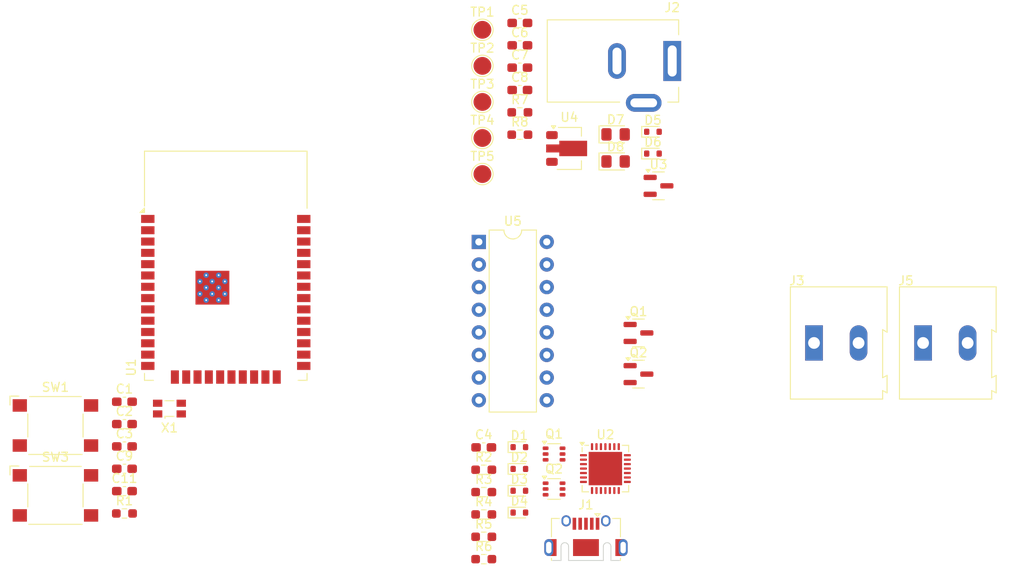
<source format=kicad_pcb>
(kicad_pcb (version 20240108) (generator "pcbnew") (generator_version "8.0")
  (layers (0 "F.Cu" signal) (31 "B.Cu" signal) (34 "B.Paste" user) (35 "F.Paste" user) (36 "B.SilkS" user "B.Silkscreen") (37 "F.SilkS" user "F.Silkscreen") (38 "B.Mask" user) (39 "F.Mask" user) (44 "Edge.Cuts" user))
  (net 0 "")
  (net 1 "MCU_EN")
  (net 2 "GND")
  (net 3 "+3.3V")
  (net 4 "Net-(C4-Pad2)")
  (net 5 "Net-(U2-VBUS)")
  (net 6 "+5V_BAT")
  (net 7 "+BATT")
  (net 8 "+5V")
  (net 9 "IO0")
  (net 10 "EN")
  (net 11 "+VBUS")
  (net 12 "+5_USB")
  (net 13 "USB_DP")
  (net 14 "USB_DM")
  (net 15 "Net-(D7-K)")
  (net 16 "Net-(D8-K)")
  (net 18 "Net-(Q1-B)")
  (net 19 "RTS")
  (net 20 "Net-(Q2-B)")
  (net 21 "DTR")
  (net 22 "Net-(U2-~{RST})")
  (net 24 "RUDDER_B")
  (net 28 "RUDDER_F")
  (net 31 "FAN_B")
  (net 34 "OSC_OUT")
  (net 39 "MCU_RXD0")
  (net 44 "MCU_TXD0")
  (net 54 "FAN_F")
  (net 72 "RUDDER_NEG")
  (net 73 "RUDDER_PWM")
  (net 74 "FAN_PWM")
  (net 75 "FAN_POS")
  (net 76 "RUDDER_POS")
  (net 77 "FAN_NEG")
  (footprint "Diode_SMD:D_SOD-523" (layer "F.Cu") (at 128.695 100.1)
    (property "Reference" "D3" (at 0 -1.3 0) (layer "F.SilkS"))
    (property "Value" "ESD5Zxx")
    (fp_line (start -1.26 -0.6) (end -1.26 0.6) (stroke (width 0.12)) (layer "F.SilkS"))
    (fp_line (start 0.7 -0.6) (end -1.26 -0.6) (stroke (width 0.12)) (layer "F.SilkS"))
    (fp_line (start 0.7 0.6) (end -1.26 0.6) (stroke (width 0.12)) (layer "F.SilkS"))
    (pad "1" smd roundrect (at -0.7 0 180) (size 0.6 0.7) (layers "F.Cu" "F.Paste" "F.Mask") (net 2 "GND"))
    (pad "2" smd roundrect (at 0.7 0 180) (size 0.6 0.7) (layers "F.Cu" "F.Paste" "F.Mask") (net 13 "USB_DP"))
  )
  (footprint "TerminalBlock:TerminalBlock_Altech_AK300-2_P5.00mm" (layer "F.Cu") (at 174 83.5)
    (property "Reference" "J5" (at -1.92 -6.99 0) (layer "F.SilkS"))
    (property "Value" "Screw_Terminal_01x02")
    (fp_line (start -2.65 -6.3) (end -2.65 6.3) (stroke (width 0.12)) (layer "F.SilkS"))
    (fp_line (start -2.65 6.3) (end 7.7 6.3) (stroke (width 0.12)) (layer "F.SilkS"))
    (fp_line (start 7.7 -1.5) (end 8.2 -1.2) (stroke (width 0.12)) (layer "F.SilkS"))
    (fp_line (start 7.7 3.9) (end 7.7 -1.5) (stroke (width 0.12)) (layer "F.SilkS"))
    (fp_line (start 7.7 5.35) (end 8.2 5.6) (stroke (width 0.12)) (layer "F.SilkS"))
    (fp_line (start 7.7 6.3) (end 7.7 5.35) (stroke (width 0.12)) (layer "F.SilkS"))
    (fp_line (start 8.2 -6.3) (end -2.65 -6.3) (stroke (width 0.12)) (layer "F.SilkS"))
    (fp_line (start 8.2 -1.2) (end 8.2 -6.3) (stroke (width 0.12)) (layer "F.SilkS"))
    (fp_line (start 8.2 3.65) (end 7.7 3.9) (stroke (width 0.12)) (layer "F.SilkS"))
    (fp_line (start 8.2 3.7) (end 8.2 3.65) (stroke (width 0.12)) (layer "F.SilkS"))
    (fp_line (start 8.2 5.6) (end 8.2 3.7) (stroke (width 0.12)) (layer "F.SilkS"))
    (pad "1" thru_hole rect (at 0 0) (size 1.98 3.96) (drill 1.32) (layers "*.Cu" "*.Mask") (net 77 "FAN_NEG"))
    (pad "2" thru_hole oval (at 5 0) (size 1.98 3.96) (drill 1.32) (layers "*.Cu" "*.Mask") (net 75 "FAN_POS"))
  )
  (footprint "Package_DIP:DIP-16_W7.62mm" (layer "F.Cu") (at 124.15 72.15)
    (property "Reference" "U5" (at 3.81 -2.33 0) (layer "F.SilkS"))
    (property "Value" "L293D")
    (fp_line (start 1.16 -1.33) (end 1.16 19.11) (stroke (width 0.12)) (layer "F.SilkS"))
    (fp_line (start 1.16 19.11) (end 6.46 19.11) (stroke (width 0.12)) (layer "F.SilkS"))
    (fp_line (start 2.81 -1.33) (end 1.16 -1.33) (stroke (width 0.12)) (layer "F.SilkS"))
    (fp_line (start 6.46 -1.33) (end 4.81 -1.33) (stroke (width 0.12)) (layer "F.SilkS"))
    (fp_line (start 6.46 19.11) (end 6.46 -1.33) (stroke (width 0.12)) (layer "F.SilkS"))
    (fp_arc (start 4.81 -1.33) (mid 3.81 -0.33) (end 2.81 -1.33) (stroke (width 0.12)) (layer "F.SilkS"))
    (pad "1" thru_hole rect (at 0 0) (size 1.6 1.6) (drill 0.8) (layers "*.Cu" "*.Mask") (net 74 "FAN_PWM"))
    (pad "2" thru_hole oval (at 0 2.54) (size 1.6 1.6) (drill 0.8) (layers "*.Cu" "*.Mask") (net 54 "FAN_F"))
    (pad "3" thru_hole oval (at 0 5.08) (size 1.6 1.6) (drill 0.8) (layers "*.Cu" "*.Mask") (net 75 "FAN_POS"))
    (pad "4" thru_hole oval (at 0 7.62) (size 1.6 1.6) (drill 0.8) (layers "*.Cu" "*.Mask") (net 2 "GND"))
    (pad "5" thru_hole oval (at 0 10.16) (size 1.6 1.6) (drill 0.8) (layers "*.Cu" "*.Mask") (net 2 "GND"))
    (pad "6" thru_hole oval (at 0 12.7) (size 1.6 1.6) (drill 0.8) (layers "*.Cu" "*.Mask") (net 77 "FAN_NEG"))
    (pad "7" thru_hole oval (at 0 15.24) (size 1.6 1.6) (drill 0.8) (layers "*.Cu" "*.Mask") (net 31 "FAN_B"))
    (pad "8" thru_hole oval (at 0 17.78) (size 1.6 1.6) (drill 0.8) (layers "*.Cu" "*.Mask") (net 7 "+BATT"))
    (pad "9" thru_hole oval (at 7.62 17.78) (size 1.6 1.6) (drill 0.8) (layers "*.Cu" "*.Mask") (net 73 "RUDDER_PWM"))
    (pad "10" thru_hole oval (at 7.62 15.24) (size 1.6 1.6) (drill 0.8) (layers "*.Cu" "*.Mask") (net 28 "RUDDER_F"))
    (pad "11" thru_hole oval (at 7.62 12.7) (size 1.6 1.6) (drill 0.8) (layers "*.Cu" "*.Mask") (net 76 "RUDDER_POS"))
    (pad "12" thru_hole oval (at 7.62 10.16) (size 1.6 1.6) (drill 0.8) (layers "*.Cu" "*.Mask") (net 2 "GND"))
    (pad "13" thru_hole oval (at 7.62 7.62) (size 1.6 1.6) (drill 0.8) (layers "*.Cu" "*.Mask") (net 2 "GND"))
    (pad "14" thru_hole oval (at 7.62 5.08) (size 1.6 1.6) (drill 0.8) (layers "*.Cu" "*.Mask") (net 72 "RUDDER_NEG"))
    (pad "15" thru_hole oval (at 7.62 2.54) (size 1.6 1.6) (drill 0.8) (layers "*.Cu" "*.Mask") (net 24 "RUDDER_B"))
    (pad "16" thru_hole oval (at 7.62 0) (size 1.6 1.6) (drill 0.8) (layers "*.Cu" "*.Mask") (net 7 "+BATT"))
  )
  (footprint "Resistor_SMD:R_0603_1608Metric_Pad0.98x0.95mm_HandSolder" (layer "F.Cu") (at 124.7 107.78)
    (property "Reference" "R6" (at 0 -1.43 0) (layer "F.SilkS"))
    (property "Value" "10kR")
    (fp_line (start -0.254724 -0.5225) (end 0.254724 -0.5225) (stroke (width 0.12)) (layer "F.SilkS"))
    (fp_line (start -0.254724 0.5225) (end 0.254724 0.5225) (stroke (width 0.12)) (layer "F.SilkS"))
    (pad "1" smd roundrect (at -0.9125 0) (size 0.975 0.95) (layers "F.Cu" "F.Paste" "F.Mask") (net 19 "RTS"))
    (pad "2" smd roundrect (at 0.9125 0) (size 0.975 0.95) (layers "F.Cu" "F.Paste" "F.Mask") (net 20 "Net-(Q2-B)"))
  )
  (footprint "Button_Switch_SMD:SW_SPST_Omron_B3FS-100xP" (layer "F.Cu") (at 76.635 100.62)
    (property "Reference" "SW3" (at 0 -4.3 0) (layer "F.SilkS"))
    (property "Value" "SW_Omron_B3FS")
    (fp_line (start -5.1 -3.3) (end -4.1 -3.3) (stroke (width 0.12)) (layer "F.SilkS"))
    (fp_line (start -5.1 -2.3) (end -5.1 -3.3) (stroke (width 0.12)) (layer "F.SilkS"))
    (fp_line (start -3.1 -1.3) (end -3.1 1.3) (stroke (width 0.12)) (layer "F.SilkS"))
    (fp_line (start 2.9 -3.25) (end -2.9 -3.25) (stroke (width 0.12)) (layer "F.SilkS"))
    (fp_line (start 3 3.25) (end -3 3.25) (stroke (width 0.12)) (layer "F.SilkS"))
    (fp_line (start 3.1 -1.3) (end 3.1 1.3) (stroke (width 0.12)) (layer "F.SilkS"))
    (pad "1" smd rect (at -4 -2.25 180) (size 1.6 1.4) (layers "F.Cu" "F.Paste" "F.Mask") (net 2 "GND"))
    (pad "1" smd rect (at 4 -2.25 180) (size 1.6 1.4) (layers "F.Cu" "F.Paste" "F.Mask") (net 2 "GND"))
    (pad "2" smd rect (at -4 2.25 180) (size 1.6 1.4) (layers "F.Cu" "F.Paste" "F.Mask") (net 10 "EN"))
    (pad "2" smd rect (at 4 2.25 180) (size 1.6 1.4) (layers "F.Cu" "F.Paste" "F.Mask") (net 10 "EN"))
  )
  (footprint "Package_TO_SOT_SMD:SOT-363_SC-70-6" (layer "F.Cu") (at 132.59 99.9)
    (property "Reference" "Q2" (at 0 -2.25 0) (layer "F.SilkS"))
    (property "Value" "BC847")
    (fp_line (start -0.71 -1.16) (end 0.7 -1.16) (stroke (width 0.12)) (layer "F.SilkS"))
    (fp_line (start -0.7 1.16) (end 0.7 1.16) (stroke (width 0.12)) (layer "F.SilkS"))
    (fp_poly (pts (xy -1.08 -1.11) (xy -1.32 -1.44) (xy -0.84 -1.44) (xy -1.08 -1.11)) (stroke (width 0.12)) (fill solid) (layer "F.SilkS"))
    (pad "1" smd roundrect (at -0.95 -0.65) (size 0.65 0.4) (layers "F.Cu" "F.Paste" "F.Mask") (net 20 "Net-(Q2-B)"))
    (pad "2" smd roundrect (at -0.95 0) (size 0.65 0.4) (layers "F.Cu" "F.Paste" "F.Mask") (net 21 "DTR"))
    (pad "3" smd roundrect (at -0.95 0.65) (size 0.65 0.4) (layers "F.Cu" "F.Paste" "F.Mask") (net 9 "IO0"))
    (pad "4" smd roundrect (at 0.95 0.65) (size 0.65 0.4) (layers "F.Cu" "F.Paste" "F.Mask"))
    (pad "5" smd roundrect (at 0.95 0) (size 0.65 0.4) (layers "F.Cu" "F.Paste" "F.Mask"))
    (pad "6" smd roundrect (at 0.95 -0.65) (size 0.65 0.4) (layers "F.Cu" "F.Paste" "F.Mask"))
  )
  (footprint "Diode_SMD:D_SOD-523" (layer "F.Cu") (at 143.685 62.23)
    (property "Reference" "D6" (at 0 -1.3 0) (layer "F.SilkS"))
    (property "Value" "D_Schottky_Small")
    (fp_line (start -1.26 -0.6) (end -1.26 0.6) (stroke (width 0.12)) (layer "F.SilkS"))
    (fp_line (start 0.7 -0.6) (end -1.26 -0.6) (stroke (width 0.12)) (layer "F.SilkS"))
    (fp_line (start 0.7 0.6) (end -1.26 0.6) (stroke (width 0.12)) (layer "F.SilkS"))
    (pad "1" smd roundrect (at -0.7 0 180) (size 0.6 0.7) (layers "F.Cu" "F.Paste" "F.Mask") (net 8 "+5V"))
    (pad "2" smd roundrect (at 0.7 0 180) (size 0.6 0.7) (layers "F.Cu" "F.Paste" "F.Mask") (net 12 "+5_USB"))
  )
  (footprint "Package_DFN_QFN:QFN-28-1EP_5x5mm_P0.5mm_EP3.75x3.75mm" (layer "F.Cu") (at 138.35 97.61)
    (property "Reference" "U2" (at 0 -3.81 0) (layer "F.SilkS"))
    (property "Value" "CP2102N-Axx-xQFN28")
    (fp_line (start -2.61 -1.885) (end -2.61 -2.37) (stroke (width 0.12)) (layer "F.SilkS"))
    (fp_line (start -2.61 2.61) (end -2.61 1.885) (stroke (width 0.12)) (layer "F.SilkS"))
    (fp_line (start -1.885 -2.61) (end -2.31 -2.61) (stroke (width 0.12)) (layer "F.SilkS"))
    (fp_line (start -1.885 2.61) (end -2.61 2.61) (stroke (width 0.12)) (layer "F.SilkS"))
    (fp_line (start 1.885 -2.61) (end 2.61 -2.61) (stroke (width 0.12)) (layer "F.SilkS"))
    (fp_line (start 1.885 2.61) (end 2.61 2.61) (stroke (width 0.12)) (layer "F.SilkS"))
    (fp_line (start 2.61 -2.61) (end 2.61 -1.885) (stroke (width 0.12)) (layer "F.SilkS"))
    (fp_line (start 2.61 2.61) (end 2.61 1.885) (stroke (width 0.12)) (layer "F.SilkS"))
    (fp_poly (pts (xy -2.61 -2.61) (xy -2.85 -2.94) (xy -2.37 -2.94) (xy -2.61 -2.61)) (stroke (width 0.12)) (fill solid) (layer "F.SilkS"))
    (pad "1" smd roundrect (at -2.4625 -1.5) (size 0.775 0.25) (layers "F.Cu" "F.Paste" "F.Mask"))
    (pad "2" smd roundrect (at -2.4625 -1) (size 0.775 0.25) (layers "F.Cu" "F.Paste" "F.Mask"))
    (pad "3" smd roundrect (at -2.4625 -0.5) (size 0.775 0.25) (layers "F.Cu" "F.Paste" "F.Mask") (net 2 "GND"))
    (pad "4" smd roundrect (at -2.4625 0) (size 0.775 0.25) (layers "F.Cu" "F.Paste" "F.Mask") (net 13 "USB_DP"))
    (pad "5" smd roundrect (at -2.4625 0.5) (size 0.775 0.25) (layers "F.Cu" "F.Paste" "F.Mask") (net 14 "USB_DM"))
    (pad "6" smd roundrect (at -2.4625 1) (size 0.775 0.25) (layers "F.Cu" "F.Paste" "F.Mask") (net 3 "+3.3V"))
    (pad "7" smd roundrect (at -2.4625 1.5) (size 0.775 0.25) (layers "F.Cu" "F.Paste" "F.Mask") (net 3 "+3.3V"))
    (pad "8" smd roundrect (at -1.5 2.4625) (size 0.25 0.775) (layers "F.Cu" "F.Paste" "F.Mask") (net 5 "Net-(U2-VBUS)"))
    (pad "9" smd roundrect (at -1 2.4625) (size 0.25 0.775) (layers "F.Cu" "F.Paste" "F.Mask") (net 22 "Net-(U2-~{RST})"))
    (pad "10" smd roundrect (at -0.5 2.4625) (size 0.25 0.775) (layers "F.Cu" "F.Paste" "F.Mask"))
    (pad "11" smd roundrect (at 0 2.4625) (size 0.25 0.775) (layers "F.Cu" "F.Paste" "F.Mask"))
    (pad "12" smd roundrect (at 0.5 2.4625) (size 0.25 0.775) (layers "F.Cu" "F.Paste" "F.Mask"))
    (pad "13" smd roundrect (at 1 2.4625) (size 0.25 0.775) (layers "F.Cu" "F.Paste" "F.Mask"))
    (pad "14" smd roundrect (at 1.5 2.4625) (size 0.25 0.775) (layers "F.Cu" "F.Paste" "F.Mask"))
    (pad "15" smd roundrect (at 2.4625 1.5) (size 0.775 0.25) (layers "F.Cu" "F.Paste" "F.Mask"))
    (pad "16" smd roundrect (at 2.4625 1) (size 0.775 0.25) (layers "F.Cu" "F.Paste" "F.Mask"))
    (pad "17" smd roundrect (at 2.4625 0.5) (size 0.775 0.25) (layers "F.Cu" "F.Paste" "F.Mask"))
    (pad "18" smd roundrect (at 2.4625 0) (size 0.775 0.25) (layers "F.Cu" "F.Paste" "F.Mask"))
    (pad "19" smd roundrect (at 2.4625 -0.5) (size 0.775 0.25) (layers "F.Cu" "F.Paste" "F.Mask"))
    (pad "20" smd roundrect (at 2.4625 -1) (size 0.775 0.25) (layers "F.Cu" "F.Paste" "F.Mask"))
    (pad "21" smd roundrect (at 2.4625 -1.5) (size 0.775 0.25) (layers "F.Cu" "F.Paste" "F.Mask"))
    (pad "22" smd roundrect (at 1.5 -2.4625) (size 0.25 0.775) (layers "F.Cu" "F.Paste" "F.Mask"))
    (pad "23" smd roundrect (at 1 -2.4625) (size 0.25 0.775) (layers "F.Cu" "F.Paste" "F.Mask"))
    (pad "24" smd roundrect (at 0.5 -2.4625) (size 0.25 0.775) (layers "F.Cu" "F.Paste" "F.Mask") (net 19 "RTS"))
    (pad "25" smd roundrect (at 0 -2.4625) (size 0.25 0.775) (layers "F.Cu" "F.Paste" "F.Mask") (net 44 "MCU_TXD0"))
    (pad "26" smd roundrect (at -0.5 -2.4625) (size 0.25 0.775) (layers "F.Cu" "F.Paste" "F.Mask") (net 39 "MCU_RXD0"))
    (pad "27" smd roundrect (at -1 -2.4625) (size 0.25 0.775) (layers "F.Cu" "F.Paste" "F.Mask"))
    (pad "28" smd roundrect (at -1.5 -2.4625) (size 0.25 0.775) (layers "F.Cu" "F.Paste" "F.Mask") (net 21 "DTR"))
    (pad "29" smd rect (at 0 0) (size 3.75 3.75) (property pad_prop_heatsink) (layers "F.Cu" "F.Mask") (net 2 "GND"))
  )
  (footprint "Capacitor_SMD:C_0603_1608Metric_Pad1.08x0.95mm_HandSolder" (layer "F.Cu") (at 128.75 52.58)
    (property "Reference" "C7" (at 0 -1.43 0) (layer "F.SilkS"))
    (property "Value" "1uF")
    (fp_line (start -0.146267 -0.51) (end 0.146267 -0.51) (stroke (width 0.12)) (layer "F.SilkS"))
    (fp_line (start -0.146267 0.51) (end 0.146267 0.51) (stroke (width 0.12)) (layer "F.SilkS"))
    (pad "1" smd roundrect (at -0.8625 0) (size 1.075 0.95) (layers "F.Cu" "F.Paste" "F.Mask") (net 8 "+5V"))
    (pad "2" smd roundrect (at 0.8625 0) (size 1.075 0.95) (layers "F.Cu" "F.Paste" "F.Mask") (net 2 "GND"))
  )
  (footprint "Resistor_SMD:R_0603_1608Metric_Pad0.98x0.95mm_HandSolder" (layer "F.Cu") (at 124.7 105.27)
    (property "Reference" "R5" (at 0 -1.43 0) (layer "F.SilkS"))
    (property "Value" "10kR")
    (fp_line (start -0.254724 -0.5225) (end 0.254724 -0.5225) (stroke (width 0.12)) (layer "F.SilkS"))
    (fp_line (start -0.254724 0.5225) (end 0.254724 0.5225) (stroke (width 0.12)) (layer "F.SilkS"))
    (pad "1" smd roundrect (at -0.9125 0) (size 0.975 0.95) (layers "F.Cu" "F.Paste" "F.Mask") (net 21 "DTR"))
    (pad "2" smd roundrect (at 0.9125 0) (size 0.975 0.95) (layers "F.Cu" "F.Paste" "F.Mask") (net 18 "Net-(Q1-B)"))
  )
  (footprint "Package_TO_SOT_SMD:SOT-89-3" (layer "F.Cu") (at 134.3 61.655)
    (property "Reference" "U4" (at 0 -3.5 0) (layer "F.SilkS"))
    (property "Value" "AP2204RB-5.0")
    (fp_line (start -1.22 -2.36) (end 1.36 -2.36) (stroke (width 0.12)) (layer "F.SilkS"))
    (fp_line (start 1.36 -1.38) (end 1.36 -2.36) (stroke (width 0.12)) (layer "F.SilkS"))
    (fp_line (start 1.36 1.38) (end 1.36 2.36) (stroke (width 0.12)) (layer "F.SilkS"))
    (fp_line (start 1.36 2.36) (end -1.36 2.36) (stroke (width 0.12)) (layer "F.SilkS"))
    (fp_poly (pts (xy -1.77 -2.21) (xy -2.01 -2.54) (xy -1.53 -2.54) (xy -1.77 -2.21)) (stroke (width 0.12)) (fill solid) (layer "F.SilkS"))
    (pad "1" smd roundrect (at -1.95 -1.5) (size 1.3 0.9) (layers "F.Cu" "F.Paste" "F.Mask") (net 6 "+5V_BAT"))
    (pad "2" smd custom (at -1.8625 0) (size 1.475 0.9) (layers "F.Cu" "F.Paste" "F.Mask") (net 2 "GND") (options (clearance outline) (anchor rect)) (primitives (gr_poly (pts (xy 3.8625 0.8665) (xy 0.7375 0.8665) (xy 0.7375 -0.8665) (xy 3.8625 -0.8665)) (width 0) (fill yes))))
    (pad "3" smd roundrect (at -1.95 1.5) (size 1.3 0.9) (layers "F.Cu" "F.Paste" "F.Mask") (net 7 "+BATT"))
  )
  (footprint "Capacitor_SMD:C_0603_1608Metric_Pad1.08x0.95mm_HandSolder" (layer "F.Cu") (at 84.38 95.12)
    (property "Reference" "C3" (at 0 -1.43 0) (layer "F.SilkS"))
    (property "Value" "1uF")
    (fp_line (start -0.146267 -0.51) (end 0.146267 -0.51) (stroke (width 0.12)) (layer "F.SilkS"))
    (fp_line (start -0.146267 0.51) (end 0.146267 0.51) (stroke (width 0.12)) (layer "F.SilkS"))
    (pad "1" smd roundrect (at -0.8625 0) (size 1.075 0.95) (layers "F.Cu" "F.Paste" "F.Mask") (net 3 "+3.3V"))
    (pad "2" smd roundrect (at 0.8625 0) (size 1.075 0.95) (layers "F.Cu" "F.Paste" "F.Mask") (net 2 "GND"))
  )
  (footprint "Package_TO_SOT_SMD:SOT-363_SC-70-6" (layer "F.Cu") (at 132.59 95.975)
    (property "Reference" "Q1" (at 0 -2.25 0) (layer "F.SilkS"))
    (property "Value" "BC847")
    (fp_line (start -0.71 -1.16) (end 0.7 -1.16) (stroke (width 0.12)) (layer "F.SilkS"))
    (fp_line (start -0.7 1.16) (end 0.7 1.16) (stroke (width 0.12)) (layer "F.SilkS"))
    (fp_poly (pts (xy -1.08 -1.11) (xy -1.32 -1.44) (xy -0.84 -1.44) (xy -1.08 -1.11)) (stroke (width 0.12)) (fill solid) (layer "F.SilkS"))
    (pad "1" smd roundrect (at -0.95 -0.65) (size 0.65 0.4) (layers "F.Cu" "F.Paste" "F.Mask") (net 18 "Net-(Q1-B)"))
    (pad "2" smd roundrect (at -0.95 0) (size 0.65 0.4) (layers "F.Cu" "F.Paste" "F.Mask") (net 19 "RTS"))
    (pad "3" smd roundrect (at -0.95 0.65) (size 0.65 0.4) (layers "F.Cu" "F.Paste" "F.Mask") (net 10 "EN"))
    (pad "4" smd roundrect (at 0.95 0.65) (size 0.65 0.4) (layers "F.Cu" "F.Paste" "F.Mask"))
    (pad "5" smd roundrect (at 0.95 0) (size 0.65 0.4) (layers "F.Cu" "F.Paste" "F.Mask"))
    (pad "6" smd roundrect (at 0.95 -0.65) (size 0.65 0.4) (layers "F.Cu" "F.Paste" "F.Mask"))
  )
  (footprint "Connector_BarrelJack:BarrelJack_Kycon_KLDX-0202-xC_Horizontal" (layer "F.Cu") (at 145.85 51.83)
    (property "Reference" "J2" (at 0 -6 0) (layer "F.SilkS"))
    (property "Value" "Barrel_Jack_Switch_Pin3Ring")
    (fp_line (start -14.02 -4.62) (end -14.02 4.62) (stroke (width 0.12)) (layer "F.SilkS"))
    (fp_line (start -14.02 4.62) (end -5.9 4.62) (stroke (width 0.12)) (layer "F.SilkS"))
    (fp_line (start -0.5 4.62) (end 0.72 4.62) (stroke (width 0.12)) (layer "F.SilkS"))
    (fp_line (start 0.72 -4.62) (end -14.02 -4.62) (stroke (width 0.12)) (layer "F.SilkS"))
    (fp_line (start 0.72 -2.95) (end 0.72 -4.62) (stroke (width 0.12)) (layer "F.SilkS"))
    (fp_line (start 0.72 4.62) (end 0.72 2.95) (stroke (width 0.12)) (layer "F.SilkS"))
    (pad "1" thru_hole rect (at 0 0) (size 2 4.5) (drill oval 1 3.5) (layers "*.Cu" "*.Mask") (net 7 "+BATT"))
    (pad "2" thru_hole oval (at -6.2 0) (size 2 4) (drill oval 1 3) (layers "*.Cu" "*.Mask") (net 2 "GND"))
    (pad "3" thru_hole oval (at -3.2 4.7 90) (size 2 4) (drill oval 1 3) (layers "*.Cu" "*.Mask") (net 2 "GND"))
  )
  (footprint "TerminalBlock:TerminalBlock_Altech_AK300-2_P5.00mm" (layer "F.Cu") (at 161.76 83.5)
    (property "Reference" "J3" (at -1.92 -6.99 0) (layer "F.SilkS"))
    (property "Value" "Screw_Terminal_01x02")
    (fp_line (start -2.65 -6.3) (end -2.65 6.3) (stroke (width 0.12)) (layer "F.SilkS"))
    (fp_line (start -2.65 6.3) (end 7.7 6.3) (stroke (width 0.12)) (layer "F.SilkS"))
    (fp_line (start 7.7 -1.5) (end 8.2 -1.2) (stroke (width 0.12)) (layer "F.SilkS"))
    (fp_line (start 7.7 3.9) (end 7.7 -1.5) (stroke (width 0.12)) (layer "F.SilkS"))
    (fp_line (start 7.7 5.35) (end 8.2 5.6) (stroke (width 0.12)) (layer "F.SilkS"))
    (fp_line (start 7.7 6.3) (end 7.7 5.35) (stroke (width 0.12)) (layer "F.SilkS"))
    (fp_line (start 8.2 -6.3) (end -2.65 -6.3) (stroke (width 0.12)) (layer "F.SilkS"))
    (fp_line (start 8.2 -1.2) (end 8.2 -6.3) (stroke (width 0.12)) (layer "F.SilkS"))
    (fp_line (start 8.2 3.65) (end 7.7 3.9) (stroke (width 0.12)) (layer "F.SilkS"))
    (fp_line (start 8.2 3.7) (end 8.2 3.65) (stroke (width 0.12)) (layer "F.SilkS"))
    (fp_line (start 8.2 5.6) (end 8.2 3.7) (stroke (width 0.12)) (layer "F.SilkS"))
    (pad "1" thru_hole rect (at 0 0) (size 1.98 3.96) (drill 1.32) (layers "*.Cu" "*.Mask") (net 72 "RUDDER_NEG"))
    (pad "2" thru_hole oval (at 5 0) (size 1.98 3.96) (drill 1.32) (layers "*.Cu" "*.Mask") (net 76 "RUDDER_POS"))
  )
  (footprint "RF_Module:ESP32-WROOM-32D" (layer "F.Cu") (at 95.75 77.82)
    (property "Reference" "U1" (at -10.61 8.43 90) (layer "F.SilkS"))
    (property "Value" "ESP32-WROOM-32E")
    (fp_line (start -9.12 -15.86) (end -9.12 -9.7) (stroke (width 0.12)) (layer "F.SilkS"))
    (fp_line (start -9.12 -15.86) (end 9.12 -15.86) (stroke (width 0.12)) (layer "F.SilkS"))
    (fp_line (start -9.12 9.1) (end -9.12 9.88) (stroke (width 0.12)) (layer "F.SilkS"))
    (fp_line (start -9.12 9.88) (end -8.12 9.88) (stroke (width 0.12)) (layer "F.SilkS"))
    (fp_line (start 9.12 -15.86) (end 9.12 -9.445) (stroke (width 0.12)) (layer "F.SilkS"))
    (fp_line (start 9.12 9.1) (end 9.12 9.88) (stroke (width 0.12)) (layer "F.SilkS"))
    (fp_line (start 9.12 9.88) (end 8.12 9.88) (stroke (width 0.12)) (layer "F.SilkS"))
    (fp_poly (pts (xy -9.125 -8.975) (xy -9.625 -8.975) (xy -9.125 -9.475) (xy -9.125 -8.975)) (stroke (width 0.12)) (fill solid) (layer "F.SilkS"))
    (pad "1" smd rect (at -8.75 -8.25) (size 1.5 0.9) (layers "F.Cu" "F.Paste" "F.Mask") (net 2 "GND"))
    (pad "2" smd rect (at -8.75 -6.98) (size 1.5 0.9) (layers "F.Cu" "F.Paste" "F.Mask") (net 3 "+3.3V"))
    (pad "3" smd rect (at -8.75 -5.71) (size 1.5 0.9) (layers "F.Cu" "F.Paste" "F.Mask") (net 10 "EN"))
    (pad "4" smd rect (at -8.75 -4.44) (size 1.5 0.9) (layers "F.Cu" "F.Paste" "F.Mask"))
    (pad "5" smd rect (at -8.75 -3.17) (size 1.5 0.9) (layers "F.Cu" "F.Paste" "F.Mask"))
    (pad "6" smd rect (at -8.75 -1.9) (size 1.5 0.9) (layers "F.Cu" "F.Paste" "F.Mask"))
    (pad "7" smd rect (at -8.75 -0.63) (size 1.5 0.9) (layers "F.Cu" "F.Paste" "F.Mask"))
    (pad "8" smd rect (at -8.75 0.64) (size 1.5 0.9) (layers "F.Cu" "F.Paste" "F.Mask") (net 34 "OSC_OUT"))
    (pad "9" smd rect (at -8.75 1.91) (size 1.5 0.9) (layers "F.Cu" "F.Paste" "F.Mask"))
    (pad "10" smd rect (at -8.75 3.18) (size 1.5 0.9) (layers "F.Cu" "F.Paste" "F.Mask") (net 24 "RUDDER_B"))
    (pad "11" smd rect (at -8.75 4.45) (size 1.5 0.9) (layers "F.Cu" "F.Paste" "F.Mask"))
    (pad "12" smd rect (at -8.75 5.72) (size 1.5 0.9) (layers "F.Cu" "F.Paste" "F.Mask"))
    (pad "13" smd rect (at -8.75 6.99) (size 1.5 0.9) (layers "F.Cu" "F.Paste" "F.Mask"))
    (pad "14" smd rect (at -8.75 8.26) (size 1.5 0.9) (layers "F.Cu" "F.Paste" "F.Mask"))
    (pad "15" smd rect (at -5.71 9.51 90) (size 1.5 0.9) (layers "F.Cu" "F.Paste" "F.Mask") (net 2 "GND"))
    (pad "16" smd rect (at -4.44 9.51 90) (size 1.5 0.9) (layers "F.Cu" "F.Paste" "F.Mask"))
    (pad "17" smd rect (at -3.17 9.51 90) (size 1.5 0.9) (layers "F.Cu" "F.Paste" "F.Mask"))
    (pad "18" smd rect (at -1.9 9.51 90) (size 1.5 0.9) (layers "F.Cu" "F.Paste" "F.Mask"))
    (pad "19" smd rect (at -0.63 9.51 90) (size 1.5 0.9) (layers "F.Cu" "F.Paste" "F.Mask"))
    (pad "20" smd rect (at 0.64 9.51 90) (size 1.5 0.9) (layers "F.Cu" "F.Paste" "F.Mask"))
    (pad "21" smd rect (at 1.91 9.51 90) (size 1.5 0.9) (layers "F.Cu" "F.Paste" "F.Mask"))
    (pad "22" smd rect (at 3.18 9.51 90) (size 1.5 0.9) (layers "F.Cu" "F.Paste" "F.Mask"))
    (pad "23" smd rect (at 4.45 9.51 90) (size 1.5 0.9) (layers "F.Cu" "F.Paste" "F.Mask"))
    (pad "24" smd rect (at 5.72 9.51 90) (size 1.5 0.9) (layers "F.Cu" "F.Paste" "F.Mask"))
    (pad "25" smd rect (at 8.75 8.26) (size 1.5 0.9) (layers "F.Cu" "F.Paste" "F.Mask") (net 9 "IO0"))
    (pad "26" smd rect (at 8.75 6.99) (size 1.5 0.9) (layers "F.Cu" "F.Paste" "F.Mask"))
    (pad "27" smd rect (at 8.75 5.72) (size 1.5 0.9) (layers "F.Cu" "F.Paste" "F.Mask"))
    (pad "28" smd rect (at 8.75 4.45) (size 1.5 0.9) (layers "F.Cu" "F.Paste" "F.Mask"))
    (pad "29" smd rect (at 8.75 3.18) (size 1.5 0.9) (layers "F.Cu" "F.Paste" "F.Mask"))
    (pad "30" smd rect (at 8.75 1.91) (size 1.5 0.9) (layers "F.Cu" "F.Paste" "F.Mask"))
    (pad "31" smd rect (at 8.75 0.64) (size 1.5 0.9) (layers "F.Cu" "F.Paste" "F.Mask"))
    (pad "32" smd rect (at 8.75 -0.63) (size 1.5 0.9) (layers "F.Cu" "F.Paste" "F.Mask"))
    (pad "33" smd rect (at 8.75 -1.9) (size 1.5 0.9) (layers "F.Cu" "F.Paste" "F.Mask") (net 54 "FAN_F"))
    (pad "34" smd rect (at 8.75 -3.17) (size 1.5 0.9) (layers "F.Cu" "F.Paste" "F.Mask") (net 39 "MCU_RXD0"))
    (pad "35" smd rect (at 8.75 -4.44) (size 1.5 0.9) (layers "F.Cu" "F.Paste" "F.Mask") (net 44 "MCU_TXD0"))
    (pad "36" smd rect (at 8.75 -5.71) (size 1.5 0.9) (layers "F.Cu" "F.Paste" "F.Mask") (net 31 "FAN_B"))
    (pad "37" smd rect (at 8.75 -6.98) (size 1.5 0.9) (layers "F.Cu" "F.Paste" "F.Mask") (net 28 "RUDDER_F"))
    (pad "38" smd rect (at 8.75 -8.25) (size 1.5 0.9) (layers "F.Cu" "F.Paste" "F.Mask") (net 2 "GND"))
    (pad "39" smd rect (at -2.9 -1.93) (size 0.9 0.9) (layers "F.Cu" "F.Paste") (net 2 "GND"))
    (pad "39" thru_hole circle (at -2.9 -1.23) (size 0.6 0.6) (drill 0.2) (property pad_prop_heatsink) (layers "*.Cu" "F.Mask") (net 2 "GND"))
    (pad "39" smd rect (at -2.9 -0.53) (size 0.9 0.9) (layers "F.Cu" "F.Paste") (net 2 "GND"))
    (pad "39" thru_hole circle (at -2.9 0.17) (size 0.6 0.6) (drill 0.2) (property pad_prop_heatsink) (layers "*.Cu" "F.Mask") (net 2 "GND"))
    (pad "39" smd rect (at -2.9 0.87) (size 0.9 0.9) (layers "F.Cu" "F.Paste") (net 2 "GND"))
    (pad "39" thru_hole circle (at -2.2 -1.93) (size 0.6 0.6) (drill 0.2) (property pad_prop_heatsink) (layers "*.Cu" "F.Mask") (net 2 "GND"))
    (pad "39" thru_hole circle (at -2.2 -0.53) (size 0.6 0.6) (drill 0.2) (property pad_prop_heatsink) (layers "*.Cu" "F.Mask") (net 2 "GND"))
    (pad "39" thru_hole circle (at -2.2 0.87) (size 0.6 0.6) (drill 0.2) (property pad_prop_heatsink) (layers "*.Cu" "F.Mask") (net 2 "GND"))
    (pad "39" thru_hole circle (at -1.525 -1.23) (size 0.6 0.6) (drill 0.2) (property pad_prop_heatsink) (layers "*.Cu" "F.Mask") (net 2 "GND"))
    (pad "39" thru_hole circle (at -1.525 0.17) (size 0.6 0.6) (drill 0.2) (property pad_prop_heatsink) (layers "*.Cu" "F.Mask") (net 2 "GND"))
    (pad "39" smd rect (at -1.5 -1.93) (size 0.9 0.9) (layers "F.Cu" "F.Paste") (net 2 "GND"))
    (pad "39" smd rect (at -1.5 -0.53) (size 0.9 0.9) (layers "F.Cu" "F.Paste") (net 2 "GND"))
    (pad "39" smd rect (at -1.5 -0.53) (size 3.8 3.8) (layers "F.Cu" "F.Mask") (net 2 "GND"))
    (pad "39" smd rect (at -1.5 0.87) (size 0.9 0.9) (layers "F.Cu" "F.Paste") (net 2 "GND"))
    (pad "39" thru_hole circle (at -0.8 -1.93) (size 0.6 0.6) (drill 0.2) (property pad_prop_heatsink) (layers "*.Cu" "F.Mask") (net 2 "GND"))
    (pad "39" thru_hole circle (at -0.8 -0.53) (size 0.6 0.6) (drill 0.2) (property pad_prop_heatsink) (layers "*.Cu" "F.Mask") (net 2 "GND"))
    (pad "39" thru_hole circle (at -0.8 0.87) (size 0.6 0.6) (drill 0.2) (property pad_prop_heatsink) (layers "*.Cu" "F.Mask") (net 2 "GND"))
    (pad "39" smd rect (at -0.1 -1.93) (size 0.9 0.9) (layers "F.Cu" "F.Paste") (net 2 "GND"))
    (pad "39" thru_hole circle (at -0.1 -1.23) (size 0.6 0.6) (drill 0.2) (property pad_prop_heatsink) (layers "*.Cu" "F.Mask") (net 2 "GND"))
    (pad "39" smd rect (at -0.1 -0.53) (size 0.9 0.9) (layers "F.Cu" "F.Paste") (net 2 "GND"))
    (pad "39" thru_hole circle (at -0.1 0.17) (size 0.6 0.6) (drill 0.2) (property pad_prop_heatsink) (layers "*.Cu" "F.Mask") (net 2 "GND"))
    (pad "39" smd rect (at -0.1 0.87) (size 0.9 0.9) (layers "F.Cu" "F.Paste") (net 2 "GND"))
  )
  (footprint "TestPoint:TestPoint_Pad_D2.0mm" (layer "F.Cu") (at 124.55 56.43)
    (property "Reference" "TP3" (at 0 -1.998 0) (layer "F.SilkS"))
    (property "Value" "5VBAT_TP")
    (fp_circle (center 0 0) (end 0 1.2) (stroke (width 0.12)) (fill none) (layer "F.SilkS"))
    (pad "1" smd circle (at 0 0) (size 2 2) (layers "F.Cu" "F.Mask") (net 6 "+5V_BAT"))
  )
  (footprint "Capacitor_SMD:C_0603_1608Metric_Pad1.08x0.95mm_HandSolder" (layer "F.Cu") (at 128.75 55.09)
    (property "Reference" "C8" (at 0 -1.43 0) (layer "F.SilkS"))
    (property "Value" "1uF")
    (fp_line (start -0.146267 -0.51) (end 0.146267 -0.51) (stroke (width 0.12)) (layer "F.SilkS"))
    (fp_line (start -0.146267 0.51) (end 0.146267 0.51) (stroke (width 0.12)) (layer "F.SilkS"))
    (pad "1" smd roundrect (at -0.8625 0) (size 1.075 0.95) (layers "F.Cu" "F.Paste" "F.Mask") (net 3 "+3.3V"))
    (pad "2" smd roundrect (at 0.8625 0) (size 1.075 0.95) (layers "F.Cu" "F.Paste" "F.Mask") (net 2 "GND"))
  )
  (footprint "Capacitor_SMD:C_0603_1608Metric_Pad1.08x0.95mm_HandSolder" (layer "F.Cu") (at 84.38 97.63)
    (property "Reference" "C9" (at 0 -1.43 0) (layer "F.SilkS"))
    (property "Value" "1uF")
    (fp_line (start -0.146267 -0.51) (end 0.146267 -0.51) (stroke (width 0.12)) (layer "F.SilkS"))
    (fp_line (start -0.146267 0.51) (end 0.146267 0.51) (stroke (width 0.12)) (layer "F.SilkS"))
    (pad "1" smd roundrect (at -0.8625 0) (size 1.075 0.95) (layers "F.Cu" "F.Paste" "F.Mask") (net 2 "GND"))
    (pad "2" smd roundrect (at 0.8625 0) (size 1.075 0.95) (layers "F.Cu" "F.Paste" "F.Mask") (net 9 "IO0"))
  )
  (footprint "Capacitor_SMD:C_0603_1608Metric_Pad1.08x0.95mm_HandSolder" (layer "F.Cu") (at 84.38 92.61)
    (property "Reference" "C2" (at 0 -1.43 0) (layer "F.SilkS"))
    (property "Value" "1uF")
    (fp_line (start -0.146267 -0.51) (end 0.146267 -0.51) (stroke (width 0.12)) (layer "F.SilkS"))
    (fp_line (start -0.146267 0.51) (end 0.146267 0.51) (stroke (width 0.12)) (layer "F.SilkS"))
    (pad "1" smd roundrect (at -0.8625 0) (size 1.075 0.95) (layers "F.Cu" "F.Paste" "F.Mask") (net 3 "+3.3V"))
    (pad "2" smd roundrect (at 0.8625 0) (size 1.075 0.95) (layers "F.Cu" "F.Paste" "F.Mask") (net 2 "GND"))
  )
  (footprint "Diode_SMD:D_SOD-523" (layer "F.Cu") (at 128.695 102.55)
    (property "Reference" "D4" (at 0 -1.3 0) (layer "F.SilkS"))
    (property "Value" "ESD5Zxx")
    (fp_line (start -1.26 -0.6) (end -1.26 0.6) (stroke (width 0.12)) (layer "F.SilkS"))
    (fp_line (start 0.7 -0.6) (end -1.26 -0.6) (stroke (width 0.12)) (layer "F.SilkS"))
    (fp_line (start 0.7 0.6) (end -1.26 0.6) (stroke (width 0.12)) (layer "F.SilkS"))
    (pad "1" smd roundrect (at -0.7 0 180) (size 0.6 0.7) (layers "F.Cu" "F.Paste" "F.Mask") (net 2 "GND"))
    (pad "2" smd roundrect (at 0.7 0 180) (size 0.6 0.7) (layers "F.Cu" "F.Paste" "F.Mask") (net 14 "USB_DM"))
  )
  (footprint "Capacitor_SMD:C_0603_1608Metric_Pad1.08x0.95mm_HandSolder" (layer "F.Cu") (at 84.38 90.1)
    (property "Reference" "C1" (at 0 -1.43 0) (layer "F.SilkS"))
    (property "Value" "1uF")
    (fp_line (start -0.146267 -0.51) (end 0.146267 -0.51) (stroke (width 0.12)) (layer "F.SilkS"))
    (fp_line (start -0.146267 0.51) (end 0.146267 0.51) (stroke (width 0.12)) (layer "F.SilkS"))
    (pad "1" smd roundrect (at -0.8625 0) (size 1.075 0.95) (layers "F.Cu" "F.Paste" "F.Mask") (net 1 "MCU_EN"))
    (pad "2" smd roundrect (at 0.8625 0) (size 1.075 0.95) (layers "F.Cu" "F.Paste" "F.Mask") (net 2 "GND"))
  )
  (footprint "Resistor_SMD:R_0603_1608Metric_Pad0.98x0.95mm_HandSolder" (layer "F.Cu") (at 124.7 100.25)
    (property "Reference" "R3" (at 0 -1.43 0) (layer "F.SilkS"))
    (property "Value" "22.1kR")
    (fp_line (start -0.254724 -0.5225) (end 0.254724 -0.5225) (stroke (width 0.12)) (layer "F.SilkS"))
    (fp_line (start -0.254724 0.5225) (end 0.254724 0.5225) (stroke (width 0.12)) (layer "F.SilkS"))
    (pad "1" smd roundrect (at -0.9125 0) (size 0.975 0.95) (layers "F.Cu" "F.Paste" "F.Mask") (net 11 "+VBUS"))
    (pad "2" smd roundrect (at 0.9125 0) (size 0.975 0.95) (layers "F.Cu" "F.Paste" "F.Mask") (net 5 "Net-(U2-VBUS)"))
  )
  (footprint "Package_TO_SOT_SMD:SOT-23" (layer "F.Cu") (at 144.31 65.855)
    (property "Reference" "U3" (at 0 -2.4 0) (layer "F.SilkS"))
    (property "Value" "AP2127N-3.3")
    (fp_line (start 0 -1.56) (end -0.65 -1.56) (stroke (width 0.12)) (layer "F.SilkS"))
    (fp_line (start 0 -1.56) (end 0.65 -1.56) (stroke (width 0.12)) (layer "F.SilkS"))
    (fp_line (start 0 1.56) (end -0.65 1.56) (stroke (width 0.12)) (layer "F.SilkS"))
    (fp_line (start 0 1.56) (end 0.65 1.56) (stroke (width 0.12)) (layer "F.SilkS"))
    (fp_poly (pts (xy -1.1625 -1.51) (xy -1.4025 -1.84) (xy -0.9225 -1.84) (xy -1.1625 -1.51)) (stroke (width 0.12)) (fill solid) (layer "F.SilkS"))
    (pad "1" smd roundrect (at -0.9375 -0.95) (size 1.475 0.6) (layers "F.Cu" "F.Paste" "F.Mask") (net 2 "GND"))
    (pad "2" smd roundrect (at -0.9375 0.95) (size 1.475 0.6) (layers "F.Cu" "F.Paste" "F.Mask") (net 3 "+3.3V"))
    (pad "3" smd roundrect (at 0.9375 0) (size 1.475 0.6) (layers "F.Cu" "F.Paste" "F.Mask") (net 8 "+5V"))
  )
  (footprint "Package_TO_SOT_SMD:SOT-23" (layer "F.Cu") (at 142.0625 82.375)
    (property "Reference" "Q1" (at 0 -2.4 0) (layer "F.SilkS"))
    (property "Value" "BC847")
    (fp_line (start 0 -1.56) (end -0.65 -1.56) (stroke (width 0.12)) (layer "F.SilkS"))
    (fp_line (start 0 -1.56) (end 0.65 -1.56) (stroke (width 0.12)) (layer "F.SilkS"))
    (fp_line (start 0 1.56) (end -0.65 1.56) (stroke (width 0.12)) (layer "F.SilkS"))
    (fp_line (start 0 1.56) (end 0.65 1.56) (stroke (width 0.12)) (layer "F.SilkS"))
    (fp_poly (pts (xy -1.1625 -1.51) (xy -1.4025 -1.84) (xy -0.9225 -1.84) (xy -1.1625 -1.51)) (stroke (width 0.12)) (fill solid) (layer "F.SilkS"))
    (pad "1" smd roundrect (at -0.9375 -0.95) (size 1.475 0.6) (layers "F.Cu" "F.Paste" "F.Mask") (net 18 "Net-(Q1-B)"))
    (pad "2" smd roundrect (at -0.9375 0.95) (size 1.475 0.6) (layers "F.Cu" "F.Paste" "F.Mask") (net 19 "RTS"))
    (pad "3" smd roundrect (at 0.9375 0) (size 1.475 0.6) (layers "F.Cu" "F.Paste" "F.Mask") (net 10 "EN"))
  )
  (footprint "LED_SMD:LED_0805_2012Metric_Pad1.15x1.40mm_HandSolder" (layer "F.Cu") (at 139.495 60.075)
    (property "Reference" "D7" (at 0 -1.65 0) (layer "F.SilkS"))
    (property "Value" "LED")
    (fp_line (start -1.86 -0.96) (end -1.86 0.96) (stroke (width 0.12)) (layer "F.SilkS"))
    (fp_line (start -1.86 0.96) (end 1 0.96) (stroke (width 0.12)) (layer "F.SilkS"))
    (fp_line (start 1 -0.96) (end -1.86 -0.96) (stroke (width 0.12)) (layer "F.SilkS"))
    (pad "1" smd roundrect (at -1.025 0) (size 1.15 1.4) (layers "F.Cu" "F.Paste" "F.Mask") (roundrect_rratio 0.217391) (net 15 "Net-(D7-K)"))
    (pad "2" smd roundrect (at 1.025 0) (size 1.15 1.4) (layers "F.Cu" "F.Paste" "F.Mask") (roundrect_rratio 0.217391) (net 8 "+5V"))
  )
  (footprint "Resistor_SMD:R_0603_1608Metric_Pad0.98x0.95mm_HandSolder" (layer "F.Cu") (at 128.75 57.6)
    (property "Reference" "R7" (at 0 -1.43 0) (layer "F.SilkS"))
    (property "Value" "330R")
    (fp_line (start -0.254724 -0.5225) (end 0.254724 -0.5225) (stroke (width 0.12)) (layer "F.SilkS"))
    (fp_line (start -0.254724 0.5225) (end 0.254724 0.5225) (stroke (width 0.12)) (layer "F.SilkS"))
    (pad "1" smd roundrect (at -0.9125 0) (size 0.975 0.95) (layers "F.Cu" "F.Paste" "F.Mask") (net 15 "Net-(D7-K)"))
    (pad "2" smd roundrect (at 0.9125 0) (size 0.975 0.95) (layers "F.Cu" "F.Paste" "F.Mask") (net 2 "GND"))
  )
  (footprint "Oscillator:Oscillator_SMD_SeikoEpson_SG3030CM" (layer "F.Cu") (at 89.43 90.87)
    (property "Reference" "X1" (at 0 2.17 0) (layer "F.SilkS"))
    (property "Value" "SG-3030CM")
    (fp_line (start -0.5 -0.88) (end 0.5 -0.88) (stroke (width 0.12)) (layer "F.SilkS"))
    (fp_line (start -0.5 0.88) (end 0.5 0.88) (stroke (width 0.12)) (layer "F.SilkS"))
    (fp_line (start -0.5 1.1) (end -0.5 0.88) (stroke (width 0.12)) (layer "F.SilkS"))
    (pad "1" smd rect (at -1.325 0.6) (size 1.05 0.8) (layers "F.Cu" "F.Paste" "F.Mask") (net 3 "+3.3V"))
    (pad "2" smd rect (at 1.325 0.6) (size 1.05 0.8) (layers "F.Cu" "F.Paste" "F.Mask") (net 2 "GND"))
    (pad "3" smd rect (at 1.325 -0.6) (size 1.05 0.8) (layers "F.Cu" "F.Paste" "F.Mask") (net 34 "OSC_OUT"))
    (pad "4" smd rect (at -1.325 -0.6) (size 1.05 0.8) (layers "F.Cu" "F.Paste" "F.Mask") (net 3 "+3.3V"))
  )
  (footprint "Connector_USB:USB_Micro-AB_Molex_47590-0001" (layer "F.Cu") (at 136.17 106.48)
    (property "Reference" "J1" (at 0 -4.8 180) (layer "F.SilkS"))
    (property "Value" "USB_B_Micro")
    (fp_line (start -3.87 -3.27) (end -3.87 -1.2) (stroke (width 0.12)) (layer "F.SilkS"))
    (fp_line (start -3.87 -3.27) (end -3 -3.27) (stroke (width 0.12)) (layer "F.SilkS"))
    (fp_line (start -3.87 1.2) (end -3.87 1.45) (stroke (width 0.12)) (layer "F.SilkS"))
    (fp_line (start 1 -3.8) (end 1.6 -3.8) (stroke (width 0.12)) (layer "F.SilkS"))
    (fp_line (start 1.3 -3.5) (end 1 -3.8) (stroke (width 0.12)) (layer "F.SilkS"))
    (fp_line (start 1.3 -3.5) (end 1.6 -3.8) (stroke (width 0.12)) (layer "F.SilkS"))
    (fp_line (start 3 -3.27) (end 3.87 -3.27) (stroke (width 0.12)) (layer "F.SilkS"))
    (fp_line (start 3.87 -3.27) (end 3.87 -1.2) (stroke (width 0.12)) (layer "F.SilkS"))
    (fp_line (start 3.87 1.2) (end 3.87 1.45) (stroke (width 0.12)) (layer "F.SilkS"))
    (fp_line (start -3.75 1.45) (end -2.8 1.45) (stroke (width 0.1)) (layer "Edge.Cuts"))
    (fp_line (start -2.8 -0.125) (end -2.8 1.45) (stroke (width 0.1)) (layer "Edge.Cuts"))
    (fp_line (start -1.95 -0.125) (end -1.95 1.45) (stroke (width 0.1)) (layer "Edge.Cuts"))
    (fp_line (start -1.95 1.45) (end 1.95 1.45) (stroke (width 0.1)) (layer "Edge.Cuts"))
    (fp_line (start 1.95 -0.125) (end 1.95 1.45) (stroke (width 0.1)) (layer "Edge.Cuts"))
    (fp_line (start 2.8 -0.125) (end 2.8 1.45) (stroke (width 0.1)) (layer "Edge.Cuts"))
    (fp_line (start 2.8 1.45) (end 3.75 1.45) (stroke (width 0.1)) (layer "Edge.Cuts"))
    (fp_arc (start -2.8 -0.125) (mid -2.375 -0.55) (end -1.95 -0.125) (stroke (width 0.1)) (layer "Edge.Cuts"))
    (fp_arc (start 1.95 -0.125) (mid 2.375 -0.55) (end 2.8 -0.125) (stroke (width 0.1)) (layer "Edge.Cuts"))
    (pad "1" smd rect (at 1.3 -2.675) (size 0.4 1.35) (layers "F.Cu" "F.Paste" "F.Mask") (net 11 "+VBUS"))
    (pad "2" smd rect (at 0.65 -2.675) (size 0.4 1.35) (layers "F.Cu" "F.Paste" "F.Mask") (net 14 "USB_DM"))
    (pad "3" smd rect (at 0 -2.675) (size 0.4 1.35) (layers "F.Cu" "F.Paste" "F.Mask") (net 13 "USB_DP"))
    (pad "4" smd rect (at -0.65 -2.675) (size 0.4 1.35) (layers "F.Cu" "F.Paste" "F.Mask"))
    (pad "5" smd rect (at -1.3 -2.675) (size 0.4 1.35) (layers "F.Cu" "F.Paste" "F.Mask") (net 2 "GND"))
    (pad "6" thru_hole oval (at -4.175 0) (size 1 1.9) (drill oval 0.6 1.3) (layers "*.Cu" "*.Mask") (net 2 "GND"))
    (pad "6" smd rect (at -3.7375 0) (size 0.875 1.9) (layers "F.Cu" "F.Mask") (net 2 "GND"))
    (pad "6" thru_hole oval (at -2.225 -3) (size 1.05 1.25) (drill oval 0.65 0.85) (layers "*.Cu" "*.Mask") (net 2 "GND"))
    (pad "6" smd rect (at 0 0) (size 2.9 1.9) (layers "F.Cu" "F.Paste" "F.Mask") (net 2 "GND"))
    (pad "6" thru_hole oval (at 2.225 -3) (size 1.05 1.25) (drill oval 0.65 0.85) (layers "*.Cu" "*.Mask") (net 2 "GND"))
    (pad "6" smd rect (at 3.7375 0) (size 0.875 1.9) (layers "F.Cu" "F.Mask") (net 2 "GND"))
    (pad "6" thru_hole oval (at 4.175 0) (size 1 1.9) (drill oval 0.6 1.3) (layers "*.Cu" "*.Mask") (net 2 "GND"))
  )
  (footprint "TestPoint:TestPoint_Pad_D2.0mm" (layer "F.Cu") (at 124.55 52.38)
    (property "Reference" "TP2" (at 0 -1.998 0) (layer "F.SilkS"))
    (property "Value" "5VUSB_TP")
    (fp_circle (center 0 0) (end 0 1.2) (stroke (width 0.12)) (fill none) (layer "F.SilkS"))
    (pad "1" smd circle (at 0 0) (size 2 2) (layers "F.Cu" "F.Mask") (net 12 "+5_USB"))
  )
  (footprint "Diode_SMD:D_SOD-523" (layer "F.Cu") (at 128.695 97.65)
    (property "Reference" "D2" (at 0 -1.3 0) (layer "F.SilkS"))
    (property "Value" "D_Schottky_Small")
    (fp_line (start -1.26 -0.6) (end -1.26 0.6) (stroke (width 0.12)) (layer "F.SilkS"))
    (fp_line (start 0.7 -0.6) (end -1.26 -0.6) (stroke (width 0.12)) (layer "F.SilkS"))
    (fp_line (start 0.7 0.6) (end -1.26 0.6) (stroke (width 0.12)) (layer "F.SilkS"))
    (pad "1" smd roundrect (at -0.7 0 180) (size 0.6 0.7) (layers "F.Cu" "F.Paste" "F.Mask") (net 12 "+5_USB"))
    (pad "2" smd roundrect (at 0.7 0 180) (size 0.6 0.7) (layers "F.Cu" "F.Paste" "F.Mask") (net 11 "+VBUS"))
  )
  (footprint "Diode_SMD:D_SOD-523" (layer "F.Cu") (at 143.685 59.78)
    (property "Reference" "D5" (at 0 -1.3 0) (layer "F.SilkS"))
    (property "Value" "D_Schottky_Small")
    (fp_line (start -1.26 -0.6) (end -1.26 0.6) (stroke (width 0.12)) (layer "F.SilkS"))
    (fp_line (start 0.7 -0.6) (end -1.26 -0.6) (stroke (width 0.12)) (layer "F.SilkS"))
    (fp_line (start 0.7 0.6) (end -1.26 0.6) (stroke (width 0.12)) (layer "F.SilkS"))
    (pad "1" smd roundrect (at -0.7 0 180) (size 0.6 0.7) (layers "F.Cu" "F.Paste" "F.Mask") (net 8 "+5V"))
    (pad "2" smd roundrect (at 0.7 0 180) (size 0.6 0.7) (layers "F.Cu" "F.Paste" "F.Mask") (net 6 "+5V_BAT"))
  )
  (footprint "Capacitor_SMD:C_0603_1608Metric_Pad1.08x0.95mm_HandSolder" (layer "F.Cu") (at 128.75 50.07)
    (property "Reference" "C6" (at 0 -1.43 0) (layer "F.SilkS"))
    (property "Value" "1uF")
    (fp_line (start -0.146267 -0.51) (end 0.146267 -0.51) (stroke (width 0.12)) (layer "F.SilkS"))
    (fp_line (start -0.146267 0.51) (end 0.146267 0.51) (stroke (width 0.12)) (layer "F.SilkS"))
    (pad "1" smd roundrect (at -0.8625 0) (size 1.075 0.95) (layers "F.Cu" "F.Paste" "F.Mask") (net 7 "+BATT"))
    (pad "2" smd roundrect (at 0.8625 0) (size 1.075 0.95) (layers "F.Cu" "F.Paste" "F.Mask") (net 2 "GND"))
  )
  (footprint "Button_Switch_SMD:SW_SPST_Omron_B3FS-100xP" (layer "F.Cu") (at 76.635 92.77)
    (property "Reference" "SW1" (at 0 -4.3 0) (layer "F.SilkS"))
    (property "Value" "SW_Omron_B3FS")
    (fp_line (start -5.1 -3.3) (end -4.1 -3.3) (stroke (width 0.12)) (layer "F.SilkS"))
    (fp_line (start -5.1 -2.3) (end -5.1 -3.3) (stroke (width 0.12)) (layer "F.SilkS"))
    (fp_line (start -3.1 -1.3) (end -3.1 1.3) (stroke (width 0.12)) (layer "F.SilkS"))
    (fp_line (start 2.9 -3.25) (end -2.9 -3.25) (stroke (width 0.12)) (layer "F.SilkS"))
    (fp_line (start 3 3.25) (end -3 3.25) (stroke (width 0.12)) (layer "F.SilkS"))
    (fp_line (start 3.1 -1.3) (end 3.1 1.3) (stroke (width 0.12)) (layer "F.SilkS"))
    (pad "1" smd rect (at -4 -2.25 180) (size 1.6 1.4) (layers "F.Cu" "F.Paste" "F.Mask") (net 2 "GND"))
    (pad "1" smd rect (at 4 -2.25 180) (size 1.6 1.4) (layers "F.Cu" "F.Paste" "F.Mask") (net 2 "GND"))
    (pad "2" smd rect (at -4 2.25 180) (size 1.6 1.4) (layers "F.Cu" "F.Paste" "F.Mask") (net 9 "IO0"))
    (pad "2" smd rect (at 4 2.25 180) (size 1.6 1.4) (layers "F.Cu" "F.Paste" "F.Mask") (net 9 "IO0"))
  )
  (footprint "TestPoint:TestPoint_Pad_D2.0mm" (layer "F.Cu") (at 124.55 60.48)
    (property "Reference" "TP4" (at 0 -1.998 0) (layer "F.SilkS"))
    (property "Value" "5V_TP")
    (fp_circle (center 0 0) (end 0 1.2) (stroke (width 0.12)) (fill none) (layer "F.SilkS"))
    (pad "1" smd circle (at 0 0) (size 2 2) (layers "F.Cu" "F.Mask") (net 8 "+5V"))
  )
  (footprint "LED_SMD:LED_0805_2012Metric_Pad1.15x1.40mm_HandSolder" (layer "F.Cu") (at 139.495 63.115)
    (property "Reference" "D8" (at 0 -1.65 0) (layer "F.SilkS"))
    (property "Value" "LED")
    (fp_line (start -1.86 -0.96) (end -1.86 0.96) (stroke (width 0.12)) (layer "F.SilkS"))
    (fp_line (start -1.86 0.96) (end 1 0.96) (stroke (width 0.12)) (layer "F.SilkS"))
    (fp_line (start 1 -0.96) (end -1.86 -0.96) (stroke (width 0.12)) (layer "F.SilkS"))
    (pad "1" smd roundrect (at -1.025 0) (size 1.15 1.4) (layers "F.Cu" "F.Paste" "F.Mask") (roundrect_rratio 0.217391) (net 16 "Net-(D8-K)"))
    (pad "2" smd roundrect (at 1.025 0) (size 1.15 1.4) (layers "F.Cu" "F.Paste" "F.Mask") (roundrect_rratio 0.217391) (net 3 "+3.3V"))
  )
  (footprint "Capacitor_SMD:C_0603_1608Metric_Pad1.08x0.95mm_HandSolder" (layer "F.Cu") (at 84.38 100.14)
    (property "Reference" "C11" (at 0 -1.43 0) (layer "F.SilkS"))
    (property "Value" "1uF")
    (fp_line (start -0.146267 -0.51) (end 0.146267 -0.51) (stroke (width 0.12)) (layer "F.SilkS"))
    (fp_line (start -0.146267 0.51) (end 0.146267 0.51) (stroke (width 0.12)) (layer "F.SilkS"))
    (pad "1" smd roundrect (at -0.8625 0) (size 1.075 0.95) (layers "F.Cu" "F.Paste" "F.Mask") (net 2 "GND"))
    (pad "2" smd roundrect (at 0.8625 0) (size 1.075 0.95) (layers "F.Cu" "F.Paste" "F.Mask") (net 10 "EN"))
  )
  (footprint "Resistor_SMD:R_0603_1608Metric_Pad0.98x0.95mm_HandSolder" (layer "F.Cu") (at 124.7 97.74)
    (property "Reference" "R2" (at 0 -1.43 0) (layer "F.SilkS"))
    (property "Value" "1kR")
    (fp_line (start -0.254724 -0.5225) (end 0.254724 -0.5225) (stroke (width 0.12)) (layer "F.SilkS"))
    (fp_line (start -0.254724 0.5225) (end 0.254724 0.5225) (stroke (width 0.12)) (layer "F.SilkS"))
    (pad "1" smd roundrect (at -0.9125 0) (size 0.975 0.95) (layers "F.Cu" "F.Paste" "F.Mask") (net 3 "+3.3V"))
    (pad "2" smd roundrect (at 0.9125 0) (size 0.975 0.95) (layers "F.Cu" "F.Paste" "F.Mask") (net 22 "Net-(U2-~{RST})"))
  )
  (footprint "TestPoint:TestPoint_Pad_D2.0mm" (layer "F.Cu") (at 124.55 64.53)
    (property "Reference" "TP5" (at 0 -1.998 0) (layer "F.SilkS"))
    (property "Value" "3V3_TP")
    (fp_circle (center 0 0) (end 0 1.2) (stroke (width 0.12)) (fill none) (layer "F.SilkS"))
    (pad "1" smd circle (at 0 0) (size 2 2) (layers "F.Cu" "F.Mask") (net 3 "+3.3V"))
  )
  (footprint "Package_TO_SOT_SMD:SOT-23" (layer "F.Cu") (at 142.0625 87)
    (property "Reference" "Q2" (at 0 -2.4 0) (layer "F.SilkS"))
    (property "Value" "BC847")
    (fp_line (start 0 -1.56) (end -0.65 -1.56) (stroke (width 0.12)) (layer "F.SilkS"))
    (fp_line (start 0 -1.56) (end 0.65 -1.56) (stroke (width 0.12)) (layer "F.SilkS"))
    (fp_line (start 0 1.56) (end -0.65 1.56) (stroke (width 0.12)) (layer "F.SilkS"))
    (fp_line (start 0 1.56) (end 0.65 1.56) (stroke (width 0.12)) (layer "F.SilkS"))
    (fp_poly (pts (xy -1.1625 -1.51) (xy -1.4025 -1.84) (xy -0.9225 -1.84) (xy -1.1625 -1.51)) (stroke (width 0.12)) (fill solid) (layer "F.SilkS"))
    (pad "1" smd roundrect (at -0.9375 -0.95) (size 1.475 0.6) (layers "F.Cu" "F.Paste" "F.Mask") (net 20 "Net-(Q2-B)"))
    (pad "2" smd roundrect (at -0.9375 0.95) (size 1.475 0.6) (layers "F.Cu" "F.Paste" "F.Mask") (net 21 "DTR"))
    (pad "3" smd roundrect (at 0.9375 0) (size 1.475 0.6) (layers "F.Cu" "F.Paste" "F.Mask") (net 9 "IO0"))
  )
  (footprint "TestPoint:TestPoint_Pad_D2.0mm" (layer "F.Cu") (at 124.55 48.33)
    (property "Reference" "TP1" (at 0 -1.998 0) (layer "F.SilkS"))
    (property "Value" "VBAT_TP")
    (fp_circle (center 0 0) (end 0 1.2) (stroke (width 0.12)) (fill none) (layer "F.SilkS"))
    (pad "1" smd circle (at 0 0) (size 2 2) (layers "F.Cu" "F.Mask") (net 7 "+BATT"))
  )
  (footprint "Diode_SMD:D_SOD-523" (layer "F.Cu") (at 128.695 95.2)
    (property "Reference" "D1" (at 0 -1.3 0) (layer "F.SilkS"))
    (property "Value" "ESD5Zxx")
    (fp_line (start -1.26 -0.6) (end -1.26 0.6) (stroke (width 0.12)) (layer "F.SilkS"))
    (fp_line (start 0.7 -0.6) (end -1.26 -0.6) (stroke (width 0.12)) (layer "F.SilkS"))
    (fp_line (start 0.7 0.6) (end -1.26 0.6) (stroke (width 0.12)) (layer "F.SilkS"))
    (pad "1" smd roundrect (at -0.7 0 180) (size 0.6 0.7) (layers "F.Cu" "F.Paste" "F.Mask") (net 2 "GND"))
    (pad "2" smd roundrect (at 0.7 0 180) (size 0.6 0.7) (layers "F.Cu" "F.Paste" "F.Mask") (net 11 "+VBUS"))
  )
  (footprint "Resistor_SMD:R_0603_1608Metric_Pad0.98x0.95mm_HandSolder" (layer "F.Cu") (at 128.75 60.11)
    (property "Reference" "R8" (at 0 -1.43 0) (layer "F.SilkS"))
    (property "Value" "330kR")
    (fp_line (start -0.254724 -0.5225) (end 0.254724 -0.5225) (stroke (width 0.12)) (layer "F.SilkS"))
    (fp_line (start -0.254724 0.5225) (end 0.254724 0.5225) (stroke (width 0.12)) (layer "F.SilkS"))
    (pad "1" smd roundrect (at -0.9125 0) (size 0.975 0.95) (layers "F.Cu" "F.Paste" "F.Mask") (net 16 "Net-(D8-K)"))
    (pad "2" smd roundrect (at 0.9125 0) (size 0.975 0.95) (layers "F.Cu" "F.Paste" "F.Mask") (net 2 "GND"))
  )
  (footprint "Capacitor_SMD:C_0603_1608Metric_Pad1.08x0.95mm_HandSolder" (layer "F.Cu") (at 124.7 95.23)
    (property "Reference" "C4" (at 0 -1.43 0) (layer "F.SilkS"))
    (property "Value" "1uF")
    (fp_line (start -0.146267 -0.51) (end 0.146267 -0.51) (stroke (width 0.12)) (layer "F.SilkS"))
    (fp_line (start -0.146267 0.51) (end 0.146267 0.51) (stroke (width 0.12)) (layer "F.SilkS"))
    (pad "1" smd roundrect (at -0.8625 0) (size 1.075 0.95) (layers "F.Cu" "F.Paste" "F.Mask") (net 5 "Net-(U2-VBUS)"))
    (pad "2" smd roundrect (at 0.8625 0) (size 1.075 0.95) (layers "F.Cu" "F.Paste" "F.Mask") (net 4 "Net-(C4-Pad2)"))
  )
  (footprint "Resistor_SMD:R_0603_1608Metric_Pad0.98x0.95mm_HandSolder" (layer "F.Cu") (at 84.38 102.65)
    (property "Reference" "R1" (at 0 -1.43 0) (layer "F.SilkS"))
    (property "Value" "10kR")
    (fp_line (start -0.254724 -0.5225) (end 0.254724 -0.5225) (stroke (width 0.12)) (layer "F.SilkS"))
    (fp_line (start -0.254724 0.5225) (end 0.254724 0.5225) (stroke (width 0.12)) (layer "F.SilkS"))
    (pad "1" smd roundrect (at -0.9125 0) (size 0.975 0.95) (layers "F.Cu" "F.Paste" "F.Mask") (net 3 "+3.3V"))
    (pad "2" smd roundrect (at 0.9125 0) (size 0.975 0.95) (layers "F.Cu" "F.Paste" "F.Mask") (net 1 "MCU_EN"))
  )
  (footprint "Resistor_SMD:R_0603_1608Metric_Pad0.98x0.95mm_HandSolder" (layer "F.Cu") (at 124.7 102.76)
    (property "Reference" "R4" (at 0 -1.43 0) (layer "F.SilkS"))
    (property "Value" "47.5kR")
    (fp_line (start -0.254724 -0.5225) (end 0.254724 -0.5225) (stroke (width 0.12)) (layer "F.SilkS"))
    (fp_line (start -0.254724 0.5225) (end 0.254724 0.5225) (stroke (width 0.12)) (layer "F.SilkS"))
    (pad "1" smd roundrect (at -0.9125 0) (size 0.975 0.95) (layers "F.Cu" "F.Paste" "F.Mask") (net 5 "Net-(U2-VBUS)"))
    (pad "2" smd roundrect (at 0.9125 0) (size 0.975 0.95) (layers "F.Cu" "F.Paste" "F.Mask") (net 4 "Net-(C4-Pad2)"))
  )
  (footprint "Capacitor_SMD:C_0603_1608Metric_Pad1.08x0.95mm_HandSolder" (layer "F.Cu") (at 128.75 47.56)
    (property "Reference" "C5" (at 0 -1.43 0) (layer "F.SilkS"))
    (property "Value" "1uF")
    (fp_line (start -0.146267 -0.51) (end 0.146267 -0.51) (stroke (width 0.12)) (layer "F.SilkS"))
    (fp_line (start -0.146267 0.51) (end 0.146267 0.51) (stroke (width 0.12)) (layer "F.SilkS"))
    (pad "1" smd roundrect (at -0.8625 0) (size 1.075 0.95) (layers "F.Cu" "F.Paste" "F.Mask") (net 6 "+5V_BAT"))
    (pad "2" smd roundrect (at 0.8625 0) (size 1.075 0.95) (layers "F.Cu" "F.Paste" "F.Mask") (net 2 "GND"))
  )
)
</source>
